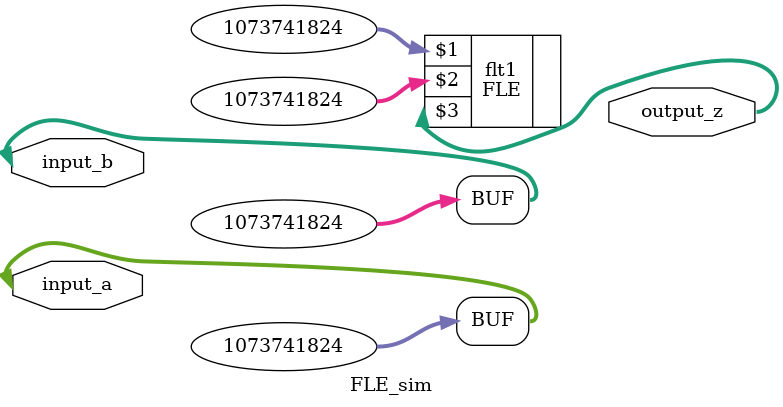
<source format=sv>
`timescale 1ns / 1ps


module FLE_sim(
		input reg [31:0] input_a,
		input reg [31:0] input_b,
        output logic [31:0] output_z
    );
        FLE flt1(input_a,input_b,output_z);
      initial begin
            
            input_b = 32'h40000000;
            input_a = 32'h40a9999a;
            
            #10;
            
            input_a = 32'h40000000;
            input_b = 32'h40a9999a;
            
            #10;
            
            input_a = 32'h40000000;
            input_b = 32'h40200000;
            #15;
                        
            input_a = 32'h40000000;
            input_b = 32'h40000000;
            #15;
      end;
      
endmodule

</source>
